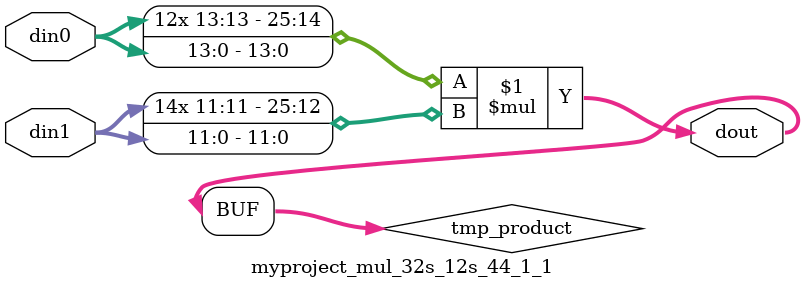
<source format=v>

`timescale 1 ns / 1 ps

  module myproject_mul_32s_12s_44_1_1(din0, din1, dout);
parameter ID = 1;
parameter NUM_STAGE = 0;
parameter din0_WIDTH = 14;
parameter din1_WIDTH = 12;
parameter dout_WIDTH = 26;

input [din0_WIDTH - 1 : 0] din0; 
input [din1_WIDTH - 1 : 0] din1; 
output [dout_WIDTH - 1 : 0] dout;

wire signed [dout_WIDTH - 1 : 0] tmp_product;













assign tmp_product = $signed(din0) * $signed(din1);








assign dout = tmp_product;







endmodule

</source>
